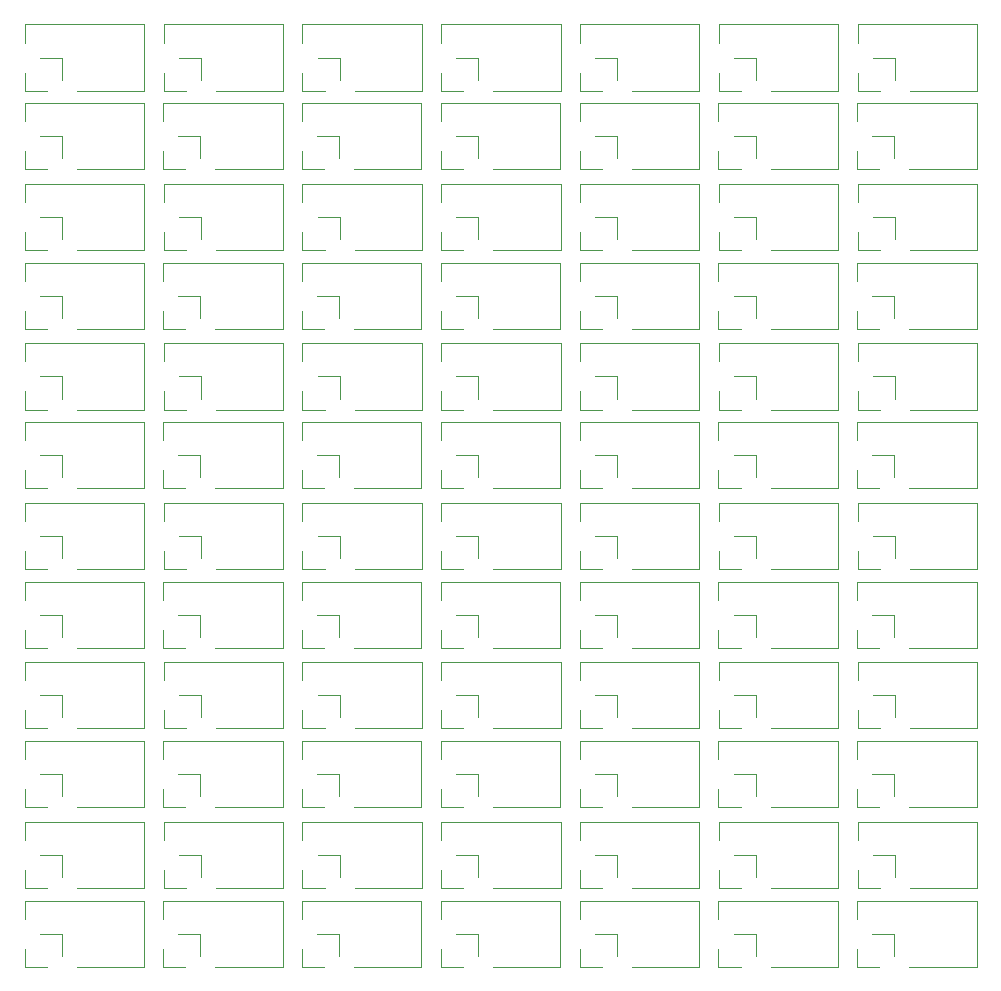
<source format=gbr>
G04 #@! TF.GenerationSoftware,KiCad,Pcbnew,5.1.0-060a0da~80~ubuntu18.04.1*
G04 #@! TF.CreationDate,2019-05-11T20:40:31+02:00*
G04 #@! TF.ProjectId,spi_connector_board_micromatch_only_5x5_panel,7370695f-636f-46e6-9e65-63746f725f62,rev?*
G04 #@! TF.SameCoordinates,Original*
G04 #@! TF.FileFunction,Legend,Top*
G04 #@! TF.FilePolarity,Positive*
%FSLAX46Y46*%
G04 Gerber Fmt 4.6, Leading zero omitted, Abs format (unit mm)*
G04 Created by KiCad (PCBNEW 5.1.0-060a0da~80~ubuntu18.04.1) date 2019-05-11 20:40:31*
%MOMM*%
%LPD*%
G04 APERTURE LIST*
%ADD10C,0.120000*%
G04 APERTURE END LIST*
D10*
X149587500Y-147262000D02*
X149587500Y-145732000D01*
X151462500Y-147262000D02*
X149587500Y-147262000D01*
X152732500Y-144462000D02*
X152732500Y-146332000D01*
X150862500Y-144462000D02*
X152732500Y-144462000D01*
X149587500Y-143192000D02*
X149587500Y-141662000D01*
X149587500Y-141662000D02*
X159687500Y-141662000D01*
X159687500Y-147262000D02*
X159687500Y-141662000D01*
X154002500Y-147262000D02*
X159687500Y-147262000D01*
X137837500Y-147262000D02*
X137837500Y-145732000D01*
X139712500Y-147262000D02*
X137837500Y-147262000D01*
X140982500Y-144462000D02*
X140982500Y-146332000D01*
X139112500Y-144462000D02*
X140982500Y-144462000D01*
X137837500Y-143192000D02*
X137837500Y-141662000D01*
X137837500Y-141662000D02*
X147937500Y-141662000D01*
X147937500Y-147262000D02*
X147937500Y-141662000D01*
X142252500Y-147262000D02*
X147937500Y-147262000D01*
X126087500Y-147262000D02*
X126087500Y-145732000D01*
X127962500Y-147262000D02*
X126087500Y-147262000D01*
X129232500Y-144462000D02*
X129232500Y-146332000D01*
X127362500Y-144462000D02*
X129232500Y-144462000D01*
X126087500Y-143192000D02*
X126087500Y-141662000D01*
X126087500Y-141662000D02*
X136187500Y-141662000D01*
X136187500Y-147262000D02*
X136187500Y-141662000D01*
X130502500Y-147262000D02*
X136187500Y-147262000D01*
X114337500Y-147262000D02*
X114337500Y-145732000D01*
X116212500Y-147262000D02*
X114337500Y-147262000D01*
X117482500Y-144462000D02*
X117482500Y-146332000D01*
X115612500Y-144462000D02*
X117482500Y-144462000D01*
X114337500Y-143192000D02*
X114337500Y-141662000D01*
X114337500Y-141662000D02*
X124437500Y-141662000D01*
X124437500Y-147262000D02*
X124437500Y-141662000D01*
X118752500Y-147262000D02*
X124437500Y-147262000D01*
X102587500Y-147262000D02*
X102587500Y-145732000D01*
X104462500Y-147262000D02*
X102587500Y-147262000D01*
X105732500Y-144462000D02*
X105732500Y-146332000D01*
X103862500Y-144462000D02*
X105732500Y-144462000D01*
X102587500Y-143192000D02*
X102587500Y-141662000D01*
X102587500Y-141662000D02*
X112687500Y-141662000D01*
X112687500Y-147262000D02*
X112687500Y-141662000D01*
X107002500Y-147262000D02*
X112687500Y-147262000D01*
X90837500Y-147262000D02*
X90837500Y-145732000D01*
X92712500Y-147262000D02*
X90837500Y-147262000D01*
X93982500Y-144462000D02*
X93982500Y-146332000D01*
X92112500Y-144462000D02*
X93982500Y-144462000D01*
X90837500Y-143192000D02*
X90837500Y-141662000D01*
X90837500Y-141662000D02*
X100937500Y-141662000D01*
X100937500Y-147262000D02*
X100937500Y-141662000D01*
X95252500Y-147262000D02*
X100937500Y-147262000D01*
X79087500Y-147262000D02*
X79087500Y-145732000D01*
X80962500Y-147262000D02*
X79087500Y-147262000D01*
X82232500Y-144462000D02*
X82232500Y-146332000D01*
X80362500Y-144462000D02*
X82232500Y-144462000D01*
X79087500Y-143192000D02*
X79087500Y-141662000D01*
X79087500Y-141662000D02*
X89187500Y-141662000D01*
X89187500Y-147262000D02*
X89187500Y-141662000D01*
X83502500Y-147262000D02*
X89187500Y-147262000D01*
X149587500Y-133762000D02*
X149587500Y-132232000D01*
X151462500Y-133762000D02*
X149587500Y-133762000D01*
X152732500Y-130962000D02*
X152732500Y-132832000D01*
X150862500Y-130962000D02*
X152732500Y-130962000D01*
X149587500Y-129692000D02*
X149587500Y-128162000D01*
X149587500Y-128162000D02*
X159687500Y-128162000D01*
X159687500Y-133762000D02*
X159687500Y-128162000D01*
X154002500Y-133762000D02*
X159687500Y-133762000D01*
X137837500Y-133762000D02*
X137837500Y-132232000D01*
X139712500Y-133762000D02*
X137837500Y-133762000D01*
X140982500Y-130962000D02*
X140982500Y-132832000D01*
X139112500Y-130962000D02*
X140982500Y-130962000D01*
X137837500Y-129692000D02*
X137837500Y-128162000D01*
X137837500Y-128162000D02*
X147937500Y-128162000D01*
X147937500Y-133762000D02*
X147937500Y-128162000D01*
X142252500Y-133762000D02*
X147937500Y-133762000D01*
X126087500Y-133762000D02*
X126087500Y-132232000D01*
X127962500Y-133762000D02*
X126087500Y-133762000D01*
X129232500Y-130962000D02*
X129232500Y-132832000D01*
X127362500Y-130962000D02*
X129232500Y-130962000D01*
X126087500Y-129692000D02*
X126087500Y-128162000D01*
X126087500Y-128162000D02*
X136187500Y-128162000D01*
X136187500Y-133762000D02*
X136187500Y-128162000D01*
X130502500Y-133762000D02*
X136187500Y-133762000D01*
X114337500Y-133762000D02*
X114337500Y-132232000D01*
X116212500Y-133762000D02*
X114337500Y-133762000D01*
X117482500Y-130962000D02*
X117482500Y-132832000D01*
X115612500Y-130962000D02*
X117482500Y-130962000D01*
X114337500Y-129692000D02*
X114337500Y-128162000D01*
X114337500Y-128162000D02*
X124437500Y-128162000D01*
X124437500Y-133762000D02*
X124437500Y-128162000D01*
X118752500Y-133762000D02*
X124437500Y-133762000D01*
X102587500Y-133762000D02*
X102587500Y-132232000D01*
X104462500Y-133762000D02*
X102587500Y-133762000D01*
X105732500Y-130962000D02*
X105732500Y-132832000D01*
X103862500Y-130962000D02*
X105732500Y-130962000D01*
X102587500Y-129692000D02*
X102587500Y-128162000D01*
X102587500Y-128162000D02*
X112687500Y-128162000D01*
X112687500Y-133762000D02*
X112687500Y-128162000D01*
X107002500Y-133762000D02*
X112687500Y-133762000D01*
X90837500Y-133762000D02*
X90837500Y-132232000D01*
X92712500Y-133762000D02*
X90837500Y-133762000D01*
X93982500Y-130962000D02*
X93982500Y-132832000D01*
X92112500Y-130962000D02*
X93982500Y-130962000D01*
X90837500Y-129692000D02*
X90837500Y-128162000D01*
X90837500Y-128162000D02*
X100937500Y-128162000D01*
X100937500Y-133762000D02*
X100937500Y-128162000D01*
X95252500Y-133762000D02*
X100937500Y-133762000D01*
X79087500Y-133762000D02*
X79087500Y-132232000D01*
X80962500Y-133762000D02*
X79087500Y-133762000D01*
X82232500Y-130962000D02*
X82232500Y-132832000D01*
X80362500Y-130962000D02*
X82232500Y-130962000D01*
X79087500Y-129692000D02*
X79087500Y-128162000D01*
X79087500Y-128162000D02*
X89187500Y-128162000D01*
X89187500Y-133762000D02*
X89187500Y-128162000D01*
X83502500Y-133762000D02*
X89187500Y-133762000D01*
X149587500Y-120262000D02*
X149587500Y-118732000D01*
X151462500Y-120262000D02*
X149587500Y-120262000D01*
X152732500Y-117462000D02*
X152732500Y-119332000D01*
X150862500Y-117462000D02*
X152732500Y-117462000D01*
X149587500Y-116192000D02*
X149587500Y-114662000D01*
X149587500Y-114662000D02*
X159687500Y-114662000D01*
X159687500Y-120262000D02*
X159687500Y-114662000D01*
X154002500Y-120262000D02*
X159687500Y-120262000D01*
X137837500Y-120262000D02*
X137837500Y-118732000D01*
X139712500Y-120262000D02*
X137837500Y-120262000D01*
X140982500Y-117462000D02*
X140982500Y-119332000D01*
X139112500Y-117462000D02*
X140982500Y-117462000D01*
X137837500Y-116192000D02*
X137837500Y-114662000D01*
X137837500Y-114662000D02*
X147937500Y-114662000D01*
X147937500Y-120262000D02*
X147937500Y-114662000D01*
X142252500Y-120262000D02*
X147937500Y-120262000D01*
X126087500Y-120262000D02*
X126087500Y-118732000D01*
X127962500Y-120262000D02*
X126087500Y-120262000D01*
X129232500Y-117462000D02*
X129232500Y-119332000D01*
X127362500Y-117462000D02*
X129232500Y-117462000D01*
X126087500Y-116192000D02*
X126087500Y-114662000D01*
X126087500Y-114662000D02*
X136187500Y-114662000D01*
X136187500Y-120262000D02*
X136187500Y-114662000D01*
X130502500Y-120262000D02*
X136187500Y-120262000D01*
X114337500Y-120262000D02*
X114337500Y-118732000D01*
X116212500Y-120262000D02*
X114337500Y-120262000D01*
X117482500Y-117462000D02*
X117482500Y-119332000D01*
X115612500Y-117462000D02*
X117482500Y-117462000D01*
X114337500Y-116192000D02*
X114337500Y-114662000D01*
X114337500Y-114662000D02*
X124437500Y-114662000D01*
X124437500Y-120262000D02*
X124437500Y-114662000D01*
X118752500Y-120262000D02*
X124437500Y-120262000D01*
X102587500Y-120262000D02*
X102587500Y-118732000D01*
X104462500Y-120262000D02*
X102587500Y-120262000D01*
X105732500Y-117462000D02*
X105732500Y-119332000D01*
X103862500Y-117462000D02*
X105732500Y-117462000D01*
X102587500Y-116192000D02*
X102587500Y-114662000D01*
X102587500Y-114662000D02*
X112687500Y-114662000D01*
X112687500Y-120262000D02*
X112687500Y-114662000D01*
X107002500Y-120262000D02*
X112687500Y-120262000D01*
X90837500Y-120262000D02*
X90837500Y-118732000D01*
X92712500Y-120262000D02*
X90837500Y-120262000D01*
X93982500Y-117462000D02*
X93982500Y-119332000D01*
X92112500Y-117462000D02*
X93982500Y-117462000D01*
X90837500Y-116192000D02*
X90837500Y-114662000D01*
X90837500Y-114662000D02*
X100937500Y-114662000D01*
X100937500Y-120262000D02*
X100937500Y-114662000D01*
X95252500Y-120262000D02*
X100937500Y-120262000D01*
X79087500Y-120262000D02*
X79087500Y-118732000D01*
X80962500Y-120262000D02*
X79087500Y-120262000D01*
X82232500Y-117462000D02*
X82232500Y-119332000D01*
X80362500Y-117462000D02*
X82232500Y-117462000D01*
X79087500Y-116192000D02*
X79087500Y-114662000D01*
X79087500Y-114662000D02*
X89187500Y-114662000D01*
X89187500Y-120262000D02*
X89187500Y-114662000D01*
X83502500Y-120262000D02*
X89187500Y-120262000D01*
X149587500Y-106762000D02*
X149587500Y-105232000D01*
X151462500Y-106762000D02*
X149587500Y-106762000D01*
X152732500Y-103962000D02*
X152732500Y-105832000D01*
X150862500Y-103962000D02*
X152732500Y-103962000D01*
X149587500Y-102692000D02*
X149587500Y-101162000D01*
X149587500Y-101162000D02*
X159687500Y-101162000D01*
X159687500Y-106762000D02*
X159687500Y-101162000D01*
X154002500Y-106762000D02*
X159687500Y-106762000D01*
X137837500Y-106762000D02*
X137837500Y-105232000D01*
X139712500Y-106762000D02*
X137837500Y-106762000D01*
X140982500Y-103962000D02*
X140982500Y-105832000D01*
X139112500Y-103962000D02*
X140982500Y-103962000D01*
X137837500Y-102692000D02*
X137837500Y-101162000D01*
X137837500Y-101162000D02*
X147937500Y-101162000D01*
X147937500Y-106762000D02*
X147937500Y-101162000D01*
X142252500Y-106762000D02*
X147937500Y-106762000D01*
X126087500Y-106762000D02*
X126087500Y-105232000D01*
X127962500Y-106762000D02*
X126087500Y-106762000D01*
X129232500Y-103962000D02*
X129232500Y-105832000D01*
X127362500Y-103962000D02*
X129232500Y-103962000D01*
X126087500Y-102692000D02*
X126087500Y-101162000D01*
X126087500Y-101162000D02*
X136187500Y-101162000D01*
X136187500Y-106762000D02*
X136187500Y-101162000D01*
X130502500Y-106762000D02*
X136187500Y-106762000D01*
X114337500Y-106762000D02*
X114337500Y-105232000D01*
X116212500Y-106762000D02*
X114337500Y-106762000D01*
X117482500Y-103962000D02*
X117482500Y-105832000D01*
X115612500Y-103962000D02*
X117482500Y-103962000D01*
X114337500Y-102692000D02*
X114337500Y-101162000D01*
X114337500Y-101162000D02*
X124437500Y-101162000D01*
X124437500Y-106762000D02*
X124437500Y-101162000D01*
X118752500Y-106762000D02*
X124437500Y-106762000D01*
X102587500Y-106762000D02*
X102587500Y-105232000D01*
X104462500Y-106762000D02*
X102587500Y-106762000D01*
X105732500Y-103962000D02*
X105732500Y-105832000D01*
X103862500Y-103962000D02*
X105732500Y-103962000D01*
X102587500Y-102692000D02*
X102587500Y-101162000D01*
X102587500Y-101162000D02*
X112687500Y-101162000D01*
X112687500Y-106762000D02*
X112687500Y-101162000D01*
X107002500Y-106762000D02*
X112687500Y-106762000D01*
X90837500Y-106762000D02*
X90837500Y-105232000D01*
X92712500Y-106762000D02*
X90837500Y-106762000D01*
X93982500Y-103962000D02*
X93982500Y-105832000D01*
X92112500Y-103962000D02*
X93982500Y-103962000D01*
X90837500Y-102692000D02*
X90837500Y-101162000D01*
X90837500Y-101162000D02*
X100937500Y-101162000D01*
X100937500Y-106762000D02*
X100937500Y-101162000D01*
X95252500Y-106762000D02*
X100937500Y-106762000D01*
X79087500Y-106762000D02*
X79087500Y-105232000D01*
X80962500Y-106762000D02*
X79087500Y-106762000D01*
X82232500Y-103962000D02*
X82232500Y-105832000D01*
X80362500Y-103962000D02*
X82232500Y-103962000D01*
X79087500Y-102692000D02*
X79087500Y-101162000D01*
X79087500Y-101162000D02*
X89187500Y-101162000D01*
X89187500Y-106762000D02*
X89187500Y-101162000D01*
X83502500Y-106762000D02*
X89187500Y-106762000D01*
X149587500Y-93262000D02*
X149587500Y-91732000D01*
X151462500Y-93262000D02*
X149587500Y-93262000D01*
X152732500Y-90462000D02*
X152732500Y-92332000D01*
X150862500Y-90462000D02*
X152732500Y-90462000D01*
X149587500Y-89192000D02*
X149587500Y-87662000D01*
X149587500Y-87662000D02*
X159687500Y-87662000D01*
X159687500Y-93262000D02*
X159687500Y-87662000D01*
X154002500Y-93262000D02*
X159687500Y-93262000D01*
X137837500Y-93262000D02*
X137837500Y-91732000D01*
X139712500Y-93262000D02*
X137837500Y-93262000D01*
X140982500Y-90462000D02*
X140982500Y-92332000D01*
X139112500Y-90462000D02*
X140982500Y-90462000D01*
X137837500Y-89192000D02*
X137837500Y-87662000D01*
X137837500Y-87662000D02*
X147937500Y-87662000D01*
X147937500Y-93262000D02*
X147937500Y-87662000D01*
X142252500Y-93262000D02*
X147937500Y-93262000D01*
X126087500Y-93262000D02*
X126087500Y-91732000D01*
X127962500Y-93262000D02*
X126087500Y-93262000D01*
X129232500Y-90462000D02*
X129232500Y-92332000D01*
X127362500Y-90462000D02*
X129232500Y-90462000D01*
X126087500Y-89192000D02*
X126087500Y-87662000D01*
X126087500Y-87662000D02*
X136187500Y-87662000D01*
X136187500Y-93262000D02*
X136187500Y-87662000D01*
X130502500Y-93262000D02*
X136187500Y-93262000D01*
X114337500Y-93262000D02*
X114337500Y-91732000D01*
X116212500Y-93262000D02*
X114337500Y-93262000D01*
X117482500Y-90462000D02*
X117482500Y-92332000D01*
X115612500Y-90462000D02*
X117482500Y-90462000D01*
X114337500Y-89192000D02*
X114337500Y-87662000D01*
X114337500Y-87662000D02*
X124437500Y-87662000D01*
X124437500Y-93262000D02*
X124437500Y-87662000D01*
X118752500Y-93262000D02*
X124437500Y-93262000D01*
X102587500Y-93262000D02*
X102587500Y-91732000D01*
X104462500Y-93262000D02*
X102587500Y-93262000D01*
X105732500Y-90462000D02*
X105732500Y-92332000D01*
X103862500Y-90462000D02*
X105732500Y-90462000D01*
X102587500Y-89192000D02*
X102587500Y-87662000D01*
X102587500Y-87662000D02*
X112687500Y-87662000D01*
X112687500Y-93262000D02*
X112687500Y-87662000D01*
X107002500Y-93262000D02*
X112687500Y-93262000D01*
X90837500Y-93262000D02*
X90837500Y-91732000D01*
X92712500Y-93262000D02*
X90837500Y-93262000D01*
X93982500Y-90462000D02*
X93982500Y-92332000D01*
X92112500Y-90462000D02*
X93982500Y-90462000D01*
X90837500Y-89192000D02*
X90837500Y-87662000D01*
X90837500Y-87662000D02*
X100937500Y-87662000D01*
X100937500Y-93262000D02*
X100937500Y-87662000D01*
X95252500Y-93262000D02*
X100937500Y-93262000D01*
X79087500Y-93262000D02*
X79087500Y-91732000D01*
X80962500Y-93262000D02*
X79087500Y-93262000D01*
X82232500Y-90462000D02*
X82232500Y-92332000D01*
X80362500Y-90462000D02*
X82232500Y-90462000D01*
X79087500Y-89192000D02*
X79087500Y-87662000D01*
X79087500Y-87662000D02*
X89187500Y-87662000D01*
X89187500Y-93262000D02*
X89187500Y-87662000D01*
X83502500Y-93262000D02*
X89187500Y-93262000D01*
X149587500Y-79762000D02*
X149587500Y-78232000D01*
X151462500Y-79762000D02*
X149587500Y-79762000D01*
X152732500Y-76962000D02*
X152732500Y-78832000D01*
X150862500Y-76962000D02*
X152732500Y-76962000D01*
X149587500Y-75692000D02*
X149587500Y-74162000D01*
X149587500Y-74162000D02*
X159687500Y-74162000D01*
X159687500Y-79762000D02*
X159687500Y-74162000D01*
X154002500Y-79762000D02*
X159687500Y-79762000D01*
X137837500Y-79762000D02*
X137837500Y-78232000D01*
X139712500Y-79762000D02*
X137837500Y-79762000D01*
X140982500Y-76962000D02*
X140982500Y-78832000D01*
X139112500Y-76962000D02*
X140982500Y-76962000D01*
X137837500Y-75692000D02*
X137837500Y-74162000D01*
X137837500Y-74162000D02*
X147937500Y-74162000D01*
X147937500Y-79762000D02*
X147937500Y-74162000D01*
X142252500Y-79762000D02*
X147937500Y-79762000D01*
X126087500Y-79762000D02*
X126087500Y-78232000D01*
X127962500Y-79762000D02*
X126087500Y-79762000D01*
X129232500Y-76962000D02*
X129232500Y-78832000D01*
X127362500Y-76962000D02*
X129232500Y-76962000D01*
X126087500Y-75692000D02*
X126087500Y-74162000D01*
X126087500Y-74162000D02*
X136187500Y-74162000D01*
X136187500Y-79762000D02*
X136187500Y-74162000D01*
X130502500Y-79762000D02*
X136187500Y-79762000D01*
X114337500Y-79762000D02*
X114337500Y-78232000D01*
X116212500Y-79762000D02*
X114337500Y-79762000D01*
X117482500Y-76962000D02*
X117482500Y-78832000D01*
X115612500Y-76962000D02*
X117482500Y-76962000D01*
X114337500Y-75692000D02*
X114337500Y-74162000D01*
X114337500Y-74162000D02*
X124437500Y-74162000D01*
X124437500Y-79762000D02*
X124437500Y-74162000D01*
X118752500Y-79762000D02*
X124437500Y-79762000D01*
X102587500Y-79762000D02*
X102587500Y-78232000D01*
X104462500Y-79762000D02*
X102587500Y-79762000D01*
X105732500Y-76962000D02*
X105732500Y-78832000D01*
X103862500Y-76962000D02*
X105732500Y-76962000D01*
X102587500Y-75692000D02*
X102587500Y-74162000D01*
X102587500Y-74162000D02*
X112687500Y-74162000D01*
X112687500Y-79762000D02*
X112687500Y-74162000D01*
X107002500Y-79762000D02*
X112687500Y-79762000D01*
X90837500Y-79762000D02*
X90837500Y-78232000D01*
X92712500Y-79762000D02*
X90837500Y-79762000D01*
X93982500Y-76962000D02*
X93982500Y-78832000D01*
X92112500Y-76962000D02*
X93982500Y-76962000D01*
X90837500Y-75692000D02*
X90837500Y-74162000D01*
X90837500Y-74162000D02*
X100937500Y-74162000D01*
X100937500Y-79762000D02*
X100937500Y-74162000D01*
X95252500Y-79762000D02*
X100937500Y-79762000D01*
X153971500Y-153935000D02*
X159656500Y-153935000D01*
X159656500Y-153935000D02*
X159656500Y-148335000D01*
X149556500Y-148335000D02*
X159656500Y-148335000D01*
X149556500Y-149865000D02*
X149556500Y-148335000D01*
X150831500Y-151135000D02*
X152701500Y-151135000D01*
X152701500Y-151135000D02*
X152701500Y-153005000D01*
X151431500Y-153935000D02*
X149556500Y-153935000D01*
X149556500Y-153935000D02*
X149556500Y-152405000D01*
X142221500Y-153935000D02*
X147906500Y-153935000D01*
X147906500Y-153935000D02*
X147906500Y-148335000D01*
X137806500Y-148335000D02*
X147906500Y-148335000D01*
X137806500Y-149865000D02*
X137806500Y-148335000D01*
X139081500Y-151135000D02*
X140951500Y-151135000D01*
X140951500Y-151135000D02*
X140951500Y-153005000D01*
X139681500Y-153935000D02*
X137806500Y-153935000D01*
X137806500Y-153935000D02*
X137806500Y-152405000D01*
X130471500Y-153935000D02*
X136156500Y-153935000D01*
X136156500Y-153935000D02*
X136156500Y-148335000D01*
X126056500Y-148335000D02*
X136156500Y-148335000D01*
X126056500Y-149865000D02*
X126056500Y-148335000D01*
X127331500Y-151135000D02*
X129201500Y-151135000D01*
X129201500Y-151135000D02*
X129201500Y-153005000D01*
X127931500Y-153935000D02*
X126056500Y-153935000D01*
X126056500Y-153935000D02*
X126056500Y-152405000D01*
X118721500Y-153935000D02*
X124406500Y-153935000D01*
X124406500Y-153935000D02*
X124406500Y-148335000D01*
X114306500Y-148335000D02*
X124406500Y-148335000D01*
X114306500Y-149865000D02*
X114306500Y-148335000D01*
X115581500Y-151135000D02*
X117451500Y-151135000D01*
X117451500Y-151135000D02*
X117451500Y-153005000D01*
X116181500Y-153935000D02*
X114306500Y-153935000D01*
X114306500Y-153935000D02*
X114306500Y-152405000D01*
X106971500Y-153935000D02*
X112656500Y-153935000D01*
X112656500Y-153935000D02*
X112656500Y-148335000D01*
X102556500Y-148335000D02*
X112656500Y-148335000D01*
X102556500Y-149865000D02*
X102556500Y-148335000D01*
X103831500Y-151135000D02*
X105701500Y-151135000D01*
X105701500Y-151135000D02*
X105701500Y-153005000D01*
X104431500Y-153935000D02*
X102556500Y-153935000D01*
X102556500Y-153935000D02*
X102556500Y-152405000D01*
X95221500Y-153935000D02*
X100906500Y-153935000D01*
X100906500Y-153935000D02*
X100906500Y-148335000D01*
X90806500Y-148335000D02*
X100906500Y-148335000D01*
X90806500Y-149865000D02*
X90806500Y-148335000D01*
X92081500Y-151135000D02*
X93951500Y-151135000D01*
X93951500Y-151135000D02*
X93951500Y-153005000D01*
X92681500Y-153935000D02*
X90806500Y-153935000D01*
X90806500Y-153935000D02*
X90806500Y-152405000D01*
X83471500Y-153935000D02*
X89156500Y-153935000D01*
X89156500Y-153935000D02*
X89156500Y-148335000D01*
X79056500Y-148335000D02*
X89156500Y-148335000D01*
X79056500Y-149865000D02*
X79056500Y-148335000D01*
X80331500Y-151135000D02*
X82201500Y-151135000D01*
X82201500Y-151135000D02*
X82201500Y-153005000D01*
X80931500Y-153935000D02*
X79056500Y-153935000D01*
X79056500Y-153935000D02*
X79056500Y-152405000D01*
X153971500Y-140435000D02*
X159656500Y-140435000D01*
X159656500Y-140435000D02*
X159656500Y-134835000D01*
X149556500Y-134835000D02*
X159656500Y-134835000D01*
X149556500Y-136365000D02*
X149556500Y-134835000D01*
X150831500Y-137635000D02*
X152701500Y-137635000D01*
X152701500Y-137635000D02*
X152701500Y-139505000D01*
X151431500Y-140435000D02*
X149556500Y-140435000D01*
X149556500Y-140435000D02*
X149556500Y-138905000D01*
X142221500Y-140435000D02*
X147906500Y-140435000D01*
X147906500Y-140435000D02*
X147906500Y-134835000D01*
X137806500Y-134835000D02*
X147906500Y-134835000D01*
X137806500Y-136365000D02*
X137806500Y-134835000D01*
X139081500Y-137635000D02*
X140951500Y-137635000D01*
X140951500Y-137635000D02*
X140951500Y-139505000D01*
X139681500Y-140435000D02*
X137806500Y-140435000D01*
X137806500Y-140435000D02*
X137806500Y-138905000D01*
X130471500Y-140435000D02*
X136156500Y-140435000D01*
X136156500Y-140435000D02*
X136156500Y-134835000D01*
X126056500Y-134835000D02*
X136156500Y-134835000D01*
X126056500Y-136365000D02*
X126056500Y-134835000D01*
X127331500Y-137635000D02*
X129201500Y-137635000D01*
X129201500Y-137635000D02*
X129201500Y-139505000D01*
X127931500Y-140435000D02*
X126056500Y-140435000D01*
X126056500Y-140435000D02*
X126056500Y-138905000D01*
X118721500Y-140435000D02*
X124406500Y-140435000D01*
X124406500Y-140435000D02*
X124406500Y-134835000D01*
X114306500Y-134835000D02*
X124406500Y-134835000D01*
X114306500Y-136365000D02*
X114306500Y-134835000D01*
X115581500Y-137635000D02*
X117451500Y-137635000D01*
X117451500Y-137635000D02*
X117451500Y-139505000D01*
X116181500Y-140435000D02*
X114306500Y-140435000D01*
X114306500Y-140435000D02*
X114306500Y-138905000D01*
X106971500Y-140435000D02*
X112656500Y-140435000D01*
X112656500Y-140435000D02*
X112656500Y-134835000D01*
X102556500Y-134835000D02*
X112656500Y-134835000D01*
X102556500Y-136365000D02*
X102556500Y-134835000D01*
X103831500Y-137635000D02*
X105701500Y-137635000D01*
X105701500Y-137635000D02*
X105701500Y-139505000D01*
X104431500Y-140435000D02*
X102556500Y-140435000D01*
X102556500Y-140435000D02*
X102556500Y-138905000D01*
X95221500Y-140435000D02*
X100906500Y-140435000D01*
X100906500Y-140435000D02*
X100906500Y-134835000D01*
X90806500Y-134835000D02*
X100906500Y-134835000D01*
X90806500Y-136365000D02*
X90806500Y-134835000D01*
X92081500Y-137635000D02*
X93951500Y-137635000D01*
X93951500Y-137635000D02*
X93951500Y-139505000D01*
X92681500Y-140435000D02*
X90806500Y-140435000D01*
X90806500Y-140435000D02*
X90806500Y-138905000D01*
X83471500Y-140435000D02*
X89156500Y-140435000D01*
X89156500Y-140435000D02*
X89156500Y-134835000D01*
X79056500Y-134835000D02*
X89156500Y-134835000D01*
X79056500Y-136365000D02*
X79056500Y-134835000D01*
X80331500Y-137635000D02*
X82201500Y-137635000D01*
X82201500Y-137635000D02*
X82201500Y-139505000D01*
X80931500Y-140435000D02*
X79056500Y-140435000D01*
X79056500Y-140435000D02*
X79056500Y-138905000D01*
X153971500Y-126935000D02*
X159656500Y-126935000D01*
X159656500Y-126935000D02*
X159656500Y-121335000D01*
X149556500Y-121335000D02*
X159656500Y-121335000D01*
X149556500Y-122865000D02*
X149556500Y-121335000D01*
X150831500Y-124135000D02*
X152701500Y-124135000D01*
X152701500Y-124135000D02*
X152701500Y-126005000D01*
X151431500Y-126935000D02*
X149556500Y-126935000D01*
X149556500Y-126935000D02*
X149556500Y-125405000D01*
X142221500Y-126935000D02*
X147906500Y-126935000D01*
X147906500Y-126935000D02*
X147906500Y-121335000D01*
X137806500Y-121335000D02*
X147906500Y-121335000D01*
X137806500Y-122865000D02*
X137806500Y-121335000D01*
X139081500Y-124135000D02*
X140951500Y-124135000D01*
X140951500Y-124135000D02*
X140951500Y-126005000D01*
X139681500Y-126935000D02*
X137806500Y-126935000D01*
X137806500Y-126935000D02*
X137806500Y-125405000D01*
X130471500Y-126935000D02*
X136156500Y-126935000D01*
X136156500Y-126935000D02*
X136156500Y-121335000D01*
X126056500Y-121335000D02*
X136156500Y-121335000D01*
X126056500Y-122865000D02*
X126056500Y-121335000D01*
X127331500Y-124135000D02*
X129201500Y-124135000D01*
X129201500Y-124135000D02*
X129201500Y-126005000D01*
X127931500Y-126935000D02*
X126056500Y-126935000D01*
X126056500Y-126935000D02*
X126056500Y-125405000D01*
X118721500Y-126935000D02*
X124406500Y-126935000D01*
X124406500Y-126935000D02*
X124406500Y-121335000D01*
X114306500Y-121335000D02*
X124406500Y-121335000D01*
X114306500Y-122865000D02*
X114306500Y-121335000D01*
X115581500Y-124135000D02*
X117451500Y-124135000D01*
X117451500Y-124135000D02*
X117451500Y-126005000D01*
X116181500Y-126935000D02*
X114306500Y-126935000D01*
X114306500Y-126935000D02*
X114306500Y-125405000D01*
X106971500Y-126935000D02*
X112656500Y-126935000D01*
X112656500Y-126935000D02*
X112656500Y-121335000D01*
X102556500Y-121335000D02*
X112656500Y-121335000D01*
X102556500Y-122865000D02*
X102556500Y-121335000D01*
X103831500Y-124135000D02*
X105701500Y-124135000D01*
X105701500Y-124135000D02*
X105701500Y-126005000D01*
X104431500Y-126935000D02*
X102556500Y-126935000D01*
X102556500Y-126935000D02*
X102556500Y-125405000D01*
X95221500Y-126935000D02*
X100906500Y-126935000D01*
X100906500Y-126935000D02*
X100906500Y-121335000D01*
X90806500Y-121335000D02*
X100906500Y-121335000D01*
X90806500Y-122865000D02*
X90806500Y-121335000D01*
X92081500Y-124135000D02*
X93951500Y-124135000D01*
X93951500Y-124135000D02*
X93951500Y-126005000D01*
X92681500Y-126935000D02*
X90806500Y-126935000D01*
X90806500Y-126935000D02*
X90806500Y-125405000D01*
X83471500Y-126935000D02*
X89156500Y-126935000D01*
X89156500Y-126935000D02*
X89156500Y-121335000D01*
X79056500Y-121335000D02*
X89156500Y-121335000D01*
X79056500Y-122865000D02*
X79056500Y-121335000D01*
X80331500Y-124135000D02*
X82201500Y-124135000D01*
X82201500Y-124135000D02*
X82201500Y-126005000D01*
X80931500Y-126935000D02*
X79056500Y-126935000D01*
X79056500Y-126935000D02*
X79056500Y-125405000D01*
X153971500Y-113435000D02*
X159656500Y-113435000D01*
X159656500Y-113435000D02*
X159656500Y-107835000D01*
X149556500Y-107835000D02*
X159656500Y-107835000D01*
X149556500Y-109365000D02*
X149556500Y-107835000D01*
X150831500Y-110635000D02*
X152701500Y-110635000D01*
X152701500Y-110635000D02*
X152701500Y-112505000D01*
X151431500Y-113435000D02*
X149556500Y-113435000D01*
X149556500Y-113435000D02*
X149556500Y-111905000D01*
X142221500Y-113435000D02*
X147906500Y-113435000D01*
X147906500Y-113435000D02*
X147906500Y-107835000D01*
X137806500Y-107835000D02*
X147906500Y-107835000D01*
X137806500Y-109365000D02*
X137806500Y-107835000D01*
X139081500Y-110635000D02*
X140951500Y-110635000D01*
X140951500Y-110635000D02*
X140951500Y-112505000D01*
X139681500Y-113435000D02*
X137806500Y-113435000D01*
X137806500Y-113435000D02*
X137806500Y-111905000D01*
X130471500Y-113435000D02*
X136156500Y-113435000D01*
X136156500Y-113435000D02*
X136156500Y-107835000D01*
X126056500Y-107835000D02*
X136156500Y-107835000D01*
X126056500Y-109365000D02*
X126056500Y-107835000D01*
X127331500Y-110635000D02*
X129201500Y-110635000D01*
X129201500Y-110635000D02*
X129201500Y-112505000D01*
X127931500Y-113435000D02*
X126056500Y-113435000D01*
X126056500Y-113435000D02*
X126056500Y-111905000D01*
X118721500Y-113435000D02*
X124406500Y-113435000D01*
X124406500Y-113435000D02*
X124406500Y-107835000D01*
X114306500Y-107835000D02*
X124406500Y-107835000D01*
X114306500Y-109365000D02*
X114306500Y-107835000D01*
X115581500Y-110635000D02*
X117451500Y-110635000D01*
X117451500Y-110635000D02*
X117451500Y-112505000D01*
X116181500Y-113435000D02*
X114306500Y-113435000D01*
X114306500Y-113435000D02*
X114306500Y-111905000D01*
X106971500Y-113435000D02*
X112656500Y-113435000D01*
X112656500Y-113435000D02*
X112656500Y-107835000D01*
X102556500Y-107835000D02*
X112656500Y-107835000D01*
X102556500Y-109365000D02*
X102556500Y-107835000D01*
X103831500Y-110635000D02*
X105701500Y-110635000D01*
X105701500Y-110635000D02*
X105701500Y-112505000D01*
X104431500Y-113435000D02*
X102556500Y-113435000D01*
X102556500Y-113435000D02*
X102556500Y-111905000D01*
X95221500Y-113435000D02*
X100906500Y-113435000D01*
X100906500Y-113435000D02*
X100906500Y-107835000D01*
X90806500Y-107835000D02*
X100906500Y-107835000D01*
X90806500Y-109365000D02*
X90806500Y-107835000D01*
X92081500Y-110635000D02*
X93951500Y-110635000D01*
X93951500Y-110635000D02*
X93951500Y-112505000D01*
X92681500Y-113435000D02*
X90806500Y-113435000D01*
X90806500Y-113435000D02*
X90806500Y-111905000D01*
X83471500Y-113435000D02*
X89156500Y-113435000D01*
X89156500Y-113435000D02*
X89156500Y-107835000D01*
X79056500Y-107835000D02*
X89156500Y-107835000D01*
X79056500Y-109365000D02*
X79056500Y-107835000D01*
X80331500Y-110635000D02*
X82201500Y-110635000D01*
X82201500Y-110635000D02*
X82201500Y-112505000D01*
X80931500Y-113435000D02*
X79056500Y-113435000D01*
X79056500Y-113435000D02*
X79056500Y-111905000D01*
X153971500Y-99935000D02*
X159656500Y-99935000D01*
X159656500Y-99935000D02*
X159656500Y-94335000D01*
X149556500Y-94335000D02*
X159656500Y-94335000D01*
X149556500Y-95865000D02*
X149556500Y-94335000D01*
X150831500Y-97135000D02*
X152701500Y-97135000D01*
X152701500Y-97135000D02*
X152701500Y-99005000D01*
X151431500Y-99935000D02*
X149556500Y-99935000D01*
X149556500Y-99935000D02*
X149556500Y-98405000D01*
X142221500Y-99935000D02*
X147906500Y-99935000D01*
X147906500Y-99935000D02*
X147906500Y-94335000D01*
X137806500Y-94335000D02*
X147906500Y-94335000D01*
X137806500Y-95865000D02*
X137806500Y-94335000D01*
X139081500Y-97135000D02*
X140951500Y-97135000D01*
X140951500Y-97135000D02*
X140951500Y-99005000D01*
X139681500Y-99935000D02*
X137806500Y-99935000D01*
X137806500Y-99935000D02*
X137806500Y-98405000D01*
X130471500Y-99935000D02*
X136156500Y-99935000D01*
X136156500Y-99935000D02*
X136156500Y-94335000D01*
X126056500Y-94335000D02*
X136156500Y-94335000D01*
X126056500Y-95865000D02*
X126056500Y-94335000D01*
X127331500Y-97135000D02*
X129201500Y-97135000D01*
X129201500Y-97135000D02*
X129201500Y-99005000D01*
X127931500Y-99935000D02*
X126056500Y-99935000D01*
X126056500Y-99935000D02*
X126056500Y-98405000D01*
X118721500Y-99935000D02*
X124406500Y-99935000D01*
X124406500Y-99935000D02*
X124406500Y-94335000D01*
X114306500Y-94335000D02*
X124406500Y-94335000D01*
X114306500Y-95865000D02*
X114306500Y-94335000D01*
X115581500Y-97135000D02*
X117451500Y-97135000D01*
X117451500Y-97135000D02*
X117451500Y-99005000D01*
X116181500Y-99935000D02*
X114306500Y-99935000D01*
X114306500Y-99935000D02*
X114306500Y-98405000D01*
X106971500Y-99935000D02*
X112656500Y-99935000D01*
X112656500Y-99935000D02*
X112656500Y-94335000D01*
X102556500Y-94335000D02*
X112656500Y-94335000D01*
X102556500Y-95865000D02*
X102556500Y-94335000D01*
X103831500Y-97135000D02*
X105701500Y-97135000D01*
X105701500Y-97135000D02*
X105701500Y-99005000D01*
X104431500Y-99935000D02*
X102556500Y-99935000D01*
X102556500Y-99935000D02*
X102556500Y-98405000D01*
X95221500Y-99935000D02*
X100906500Y-99935000D01*
X100906500Y-99935000D02*
X100906500Y-94335000D01*
X90806500Y-94335000D02*
X100906500Y-94335000D01*
X90806500Y-95865000D02*
X90806500Y-94335000D01*
X92081500Y-97135000D02*
X93951500Y-97135000D01*
X93951500Y-97135000D02*
X93951500Y-99005000D01*
X92681500Y-99935000D02*
X90806500Y-99935000D01*
X90806500Y-99935000D02*
X90806500Y-98405000D01*
X83471500Y-99935000D02*
X89156500Y-99935000D01*
X89156500Y-99935000D02*
X89156500Y-94335000D01*
X79056500Y-94335000D02*
X89156500Y-94335000D01*
X79056500Y-95865000D02*
X79056500Y-94335000D01*
X80331500Y-97135000D02*
X82201500Y-97135000D01*
X82201500Y-97135000D02*
X82201500Y-99005000D01*
X80931500Y-99935000D02*
X79056500Y-99935000D01*
X79056500Y-99935000D02*
X79056500Y-98405000D01*
X153971500Y-86435000D02*
X159656500Y-86435000D01*
X159656500Y-86435000D02*
X159656500Y-80835000D01*
X149556500Y-80835000D02*
X159656500Y-80835000D01*
X149556500Y-82365000D02*
X149556500Y-80835000D01*
X150831500Y-83635000D02*
X152701500Y-83635000D01*
X152701500Y-83635000D02*
X152701500Y-85505000D01*
X151431500Y-86435000D02*
X149556500Y-86435000D01*
X149556500Y-86435000D02*
X149556500Y-84905000D01*
X142221500Y-86435000D02*
X147906500Y-86435000D01*
X147906500Y-86435000D02*
X147906500Y-80835000D01*
X137806500Y-80835000D02*
X147906500Y-80835000D01*
X137806500Y-82365000D02*
X137806500Y-80835000D01*
X139081500Y-83635000D02*
X140951500Y-83635000D01*
X140951500Y-83635000D02*
X140951500Y-85505000D01*
X139681500Y-86435000D02*
X137806500Y-86435000D01*
X137806500Y-86435000D02*
X137806500Y-84905000D01*
X130471500Y-86435000D02*
X136156500Y-86435000D01*
X136156500Y-86435000D02*
X136156500Y-80835000D01*
X126056500Y-80835000D02*
X136156500Y-80835000D01*
X126056500Y-82365000D02*
X126056500Y-80835000D01*
X127331500Y-83635000D02*
X129201500Y-83635000D01*
X129201500Y-83635000D02*
X129201500Y-85505000D01*
X127931500Y-86435000D02*
X126056500Y-86435000D01*
X126056500Y-86435000D02*
X126056500Y-84905000D01*
X118721500Y-86435000D02*
X124406500Y-86435000D01*
X124406500Y-86435000D02*
X124406500Y-80835000D01*
X114306500Y-80835000D02*
X124406500Y-80835000D01*
X114306500Y-82365000D02*
X114306500Y-80835000D01*
X115581500Y-83635000D02*
X117451500Y-83635000D01*
X117451500Y-83635000D02*
X117451500Y-85505000D01*
X116181500Y-86435000D02*
X114306500Y-86435000D01*
X114306500Y-86435000D02*
X114306500Y-84905000D01*
X106971500Y-86435000D02*
X112656500Y-86435000D01*
X112656500Y-86435000D02*
X112656500Y-80835000D01*
X102556500Y-80835000D02*
X112656500Y-80835000D01*
X102556500Y-82365000D02*
X102556500Y-80835000D01*
X103831500Y-83635000D02*
X105701500Y-83635000D01*
X105701500Y-83635000D02*
X105701500Y-85505000D01*
X104431500Y-86435000D02*
X102556500Y-86435000D01*
X102556500Y-86435000D02*
X102556500Y-84905000D01*
X95221500Y-86435000D02*
X100906500Y-86435000D01*
X100906500Y-86435000D02*
X100906500Y-80835000D01*
X90806500Y-80835000D02*
X100906500Y-80835000D01*
X90806500Y-82365000D02*
X90806500Y-80835000D01*
X92081500Y-83635000D02*
X93951500Y-83635000D01*
X93951500Y-83635000D02*
X93951500Y-85505000D01*
X92681500Y-86435000D02*
X90806500Y-86435000D01*
X90806500Y-86435000D02*
X90806500Y-84905000D01*
X79056500Y-86435000D02*
X79056500Y-84905000D01*
X80931500Y-86435000D02*
X79056500Y-86435000D01*
X82201500Y-83635000D02*
X82201500Y-85505000D01*
X80331500Y-83635000D02*
X82201500Y-83635000D01*
X79056500Y-82365000D02*
X79056500Y-80835000D01*
X79056500Y-80835000D02*
X89156500Y-80835000D01*
X89156500Y-86435000D02*
X89156500Y-80835000D01*
X83471500Y-86435000D02*
X89156500Y-86435000D01*
X83502500Y-79762000D02*
X89187500Y-79762000D01*
X89187500Y-79762000D02*
X89187500Y-74162000D01*
X79087500Y-74162000D02*
X89187500Y-74162000D01*
X79087500Y-75692000D02*
X79087500Y-74162000D01*
X80362500Y-76962000D02*
X82232500Y-76962000D01*
X82232500Y-76962000D02*
X82232500Y-78832000D01*
X80962500Y-79762000D02*
X79087500Y-79762000D01*
X79087500Y-79762000D02*
X79087500Y-78232000D01*
M02*

</source>
